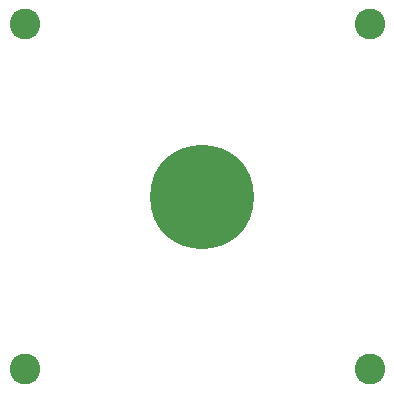
<source format=gbs>
G04 #@! TF.FileFunction,Soldermask,Bot*
%FSLAX46Y46*%
G04 Gerber Fmt 4.6, Leading zero omitted, Abs format (unit mm)*
G04 Created by KiCad (PCBNEW 4.0.7) date Tue Jul  3 21:07:43 2018*
%MOMM*%
%LPD*%
G01*
G04 APERTURE LIST*
%ADD10C,0.100000*%
%ADD11C,2.600000*%
%ADD12C,8.800000*%
G04 APERTURE END LIST*
D10*
D11*
X70600000Y-60200000D03*
X41400000Y-60200000D03*
X70600000Y-31000000D03*
X41400000Y-31000000D03*
D12*
X56400000Y-45600000D03*
M02*

</source>
